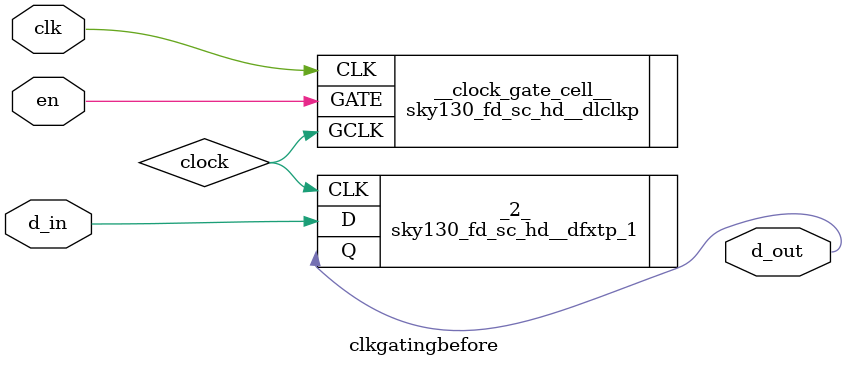
<source format=v>


module clkgatingbefore
(
  d_in,
  clk,
  en,
  d_out
);

  wire _0_;
  wire clock;
  input clk;
  input d_in;
  output d_out;
  input en;


  sky130_fd_sc_hd__dlclkp
  __clock_gate_cell__
  (
    .GCLK(clock),
    .GATE(en),
    .CLK(clk)
  );


  sky130_fd_sc_hd__dfxtp_1
  _2_
  (
    .CLK(clock),
    .D(d_in),
    .Q(d_out)
  );





endmodule


</source>
